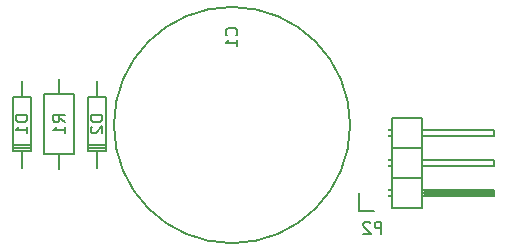
<source format=gbr>
G04 #@! TF.FileFunction,Legend,Bot*
%FSLAX46Y46*%
G04 Gerber Fmt 4.6, Leading zero omitted, Abs format (unit mm)*
G04 Created by KiCad (PCBNEW 4.0.2-stable) date 9/4/2016 3:04:17 AM*
%MOMM*%
G01*
G04 APERTURE LIST*
%ADD10C,0.100000*%
%ADD11C,0.150000*%
%ADD12C,2.099260*%
%ADD13R,2.099260X2.099260*%
%ADD14C,2.398980*%
%ADD15C,4.400000*%
%ADD16R,4.400000X4.400000*%
%ADD17R,2.432000X2.127200*%
%ADD18O,2.432000X2.127200*%
G04 APERTURE END LIST*
D10*
D11*
X130810000Y-101854000D02*
X130810000Y-100457000D01*
X130810000Y-106299000D02*
X130810000Y-107823000D01*
X131572000Y-105918000D02*
X130048000Y-105918000D01*
X131572000Y-106172000D02*
X130048000Y-106172000D01*
X130810000Y-106426000D02*
X130048000Y-106426000D01*
X130048000Y-106426000D02*
X130048000Y-101854000D01*
X130048000Y-101854000D02*
X131572000Y-101854000D01*
X131572000Y-101854000D02*
X131572000Y-106426000D01*
X131572000Y-106426000D02*
X130810000Y-106426000D01*
X137160000Y-101854000D02*
X137160000Y-100457000D01*
X137160000Y-106299000D02*
X137160000Y-107823000D01*
X137922000Y-105918000D02*
X136398000Y-105918000D01*
X137922000Y-106172000D02*
X136398000Y-106172000D01*
X137160000Y-106426000D02*
X136398000Y-106426000D01*
X136398000Y-106426000D02*
X136398000Y-101854000D01*
X136398000Y-101854000D02*
X137922000Y-101854000D01*
X137922000Y-101854000D02*
X137922000Y-106426000D01*
X137922000Y-106426000D02*
X137160000Y-106426000D01*
X135255000Y-106680000D02*
X135255000Y-101600000D01*
X135255000Y-101600000D02*
X132715000Y-101600000D01*
X132715000Y-101600000D02*
X132715000Y-106680000D01*
X132715000Y-106680000D02*
X135255000Y-106680000D01*
X133985000Y-106680000D02*
X133985000Y-107950000D01*
X133985000Y-101600000D02*
X133985000Y-100330000D01*
X158590000Y-104220000D02*
G75*
G03X158590000Y-104220000I-10000000J0D01*
G01*
X159355000Y-111532000D02*
X159355000Y-109982000D01*
X160655000Y-111532000D02*
X159355000Y-111532000D01*
X164846000Y-110109000D02*
X170688000Y-110109000D01*
X170688000Y-110109000D02*
X170688000Y-109855000D01*
X170688000Y-109855000D02*
X164846000Y-109855000D01*
X164846000Y-109855000D02*
X164846000Y-109982000D01*
X164846000Y-109982000D02*
X170688000Y-109982000D01*
X162179000Y-110236000D02*
X161798000Y-110236000D01*
X162179000Y-109728000D02*
X161798000Y-109728000D01*
X162179000Y-107696000D02*
X161798000Y-107696000D01*
X162179000Y-107188000D02*
X161798000Y-107188000D01*
X162179000Y-105156000D02*
X161798000Y-105156000D01*
X162179000Y-104648000D02*
X161798000Y-104648000D01*
X164719000Y-108712000D02*
X164719000Y-111252000D01*
X170815000Y-109728000D02*
X164719000Y-109728000D01*
X170815000Y-110236000D02*
X170815000Y-109728000D01*
X164719000Y-110236000D02*
X170815000Y-110236000D01*
X162179000Y-108712000D02*
X164719000Y-108712000D01*
X162179000Y-111252000D02*
X162179000Y-108712000D01*
X162179000Y-111252000D02*
X164719000Y-111252000D01*
X162179000Y-106172000D02*
X164719000Y-106172000D01*
X162179000Y-106172000D02*
X162179000Y-103632000D01*
X164719000Y-105156000D02*
X170815000Y-105156000D01*
X170815000Y-105156000D02*
X170815000Y-104648000D01*
X170815000Y-104648000D02*
X164719000Y-104648000D01*
X164719000Y-103632000D02*
X164719000Y-106172000D01*
X164719000Y-106172000D02*
X164719000Y-108712000D01*
X170815000Y-107188000D02*
X164719000Y-107188000D01*
X170815000Y-107696000D02*
X170815000Y-107188000D01*
X164719000Y-107696000D02*
X170815000Y-107696000D01*
X162179000Y-106172000D02*
X164719000Y-106172000D01*
X162179000Y-108712000D02*
X162179000Y-106172000D01*
X162179000Y-108712000D02*
X164719000Y-108712000D01*
X162179000Y-103632000D02*
X164719000Y-103632000D01*
X131262381Y-103401905D02*
X130262381Y-103401905D01*
X130262381Y-103640000D01*
X130310000Y-103782858D01*
X130405238Y-103878096D01*
X130500476Y-103925715D01*
X130690952Y-103973334D01*
X130833810Y-103973334D01*
X131024286Y-103925715D01*
X131119524Y-103878096D01*
X131214762Y-103782858D01*
X131262381Y-103640000D01*
X131262381Y-103401905D01*
X131262381Y-104925715D02*
X131262381Y-104354286D01*
X131262381Y-104640000D02*
X130262381Y-104640000D01*
X130405238Y-104544762D01*
X130500476Y-104449524D01*
X130548095Y-104354286D01*
X137612381Y-103401905D02*
X136612381Y-103401905D01*
X136612381Y-103640000D01*
X136660000Y-103782858D01*
X136755238Y-103878096D01*
X136850476Y-103925715D01*
X137040952Y-103973334D01*
X137183810Y-103973334D01*
X137374286Y-103925715D01*
X137469524Y-103878096D01*
X137564762Y-103782858D01*
X137612381Y-103640000D01*
X137612381Y-103401905D01*
X136707619Y-104354286D02*
X136660000Y-104401905D01*
X136612381Y-104497143D01*
X136612381Y-104735239D01*
X136660000Y-104830477D01*
X136707619Y-104878096D01*
X136802857Y-104925715D01*
X136898095Y-104925715D01*
X137040952Y-104878096D01*
X137612381Y-104306667D01*
X137612381Y-104925715D01*
X134437381Y-103973334D02*
X133961190Y-103640000D01*
X134437381Y-103401905D02*
X133437381Y-103401905D01*
X133437381Y-103782858D01*
X133485000Y-103878096D01*
X133532619Y-103925715D01*
X133627857Y-103973334D01*
X133770714Y-103973334D01*
X133865952Y-103925715D01*
X133913571Y-103878096D01*
X133961190Y-103782858D01*
X133961190Y-103401905D01*
X134437381Y-104925715D02*
X134437381Y-104354286D01*
X134437381Y-104640000D02*
X133437381Y-104640000D01*
X133580238Y-104544762D01*
X133675476Y-104449524D01*
X133723095Y-104354286D01*
X148947143Y-96608334D02*
X148994762Y-96560715D01*
X149042381Y-96417858D01*
X149042381Y-96322620D01*
X148994762Y-96179762D01*
X148899524Y-96084524D01*
X148804286Y-96036905D01*
X148613810Y-95989286D01*
X148470952Y-95989286D01*
X148280476Y-96036905D01*
X148185238Y-96084524D01*
X148090000Y-96179762D01*
X148042381Y-96322620D01*
X148042381Y-96417858D01*
X148090000Y-96560715D01*
X148137619Y-96608334D01*
X149042381Y-97560715D02*
X149042381Y-96989286D01*
X149042381Y-97275000D02*
X148042381Y-97275000D01*
X148185238Y-97179762D01*
X148280476Y-97084524D01*
X148328095Y-96989286D01*
X161238095Y-113422381D02*
X161238095Y-112422381D01*
X160857142Y-112422381D01*
X160761904Y-112470000D01*
X160714285Y-112517619D01*
X160666666Y-112612857D01*
X160666666Y-112755714D01*
X160714285Y-112850952D01*
X160761904Y-112898571D01*
X160857142Y-112946190D01*
X161238095Y-112946190D01*
X160285714Y-112517619D02*
X160238095Y-112470000D01*
X160142857Y-112422381D01*
X159904761Y-112422381D01*
X159809523Y-112470000D01*
X159761904Y-112517619D01*
X159714285Y-112612857D01*
X159714285Y-112708095D01*
X159761904Y-112850952D01*
X160333333Y-113422381D01*
X159714285Y-113422381D01*
%LPC*%
D12*
X130810000Y-99060000D03*
D13*
X130810000Y-109220000D03*
D12*
X137160000Y-99060000D03*
D13*
X137160000Y-109220000D03*
D14*
X133985000Y-109220000D03*
X133985000Y-99060000D03*
D15*
X148590000Y-101220000D03*
D16*
X148590000Y-107220000D03*
D17*
X127000000Y-109220000D03*
D18*
X127000000Y-106680000D03*
X127000000Y-104140000D03*
D17*
X160655000Y-109982000D03*
D18*
X160655000Y-107442000D03*
X160655000Y-104902000D03*
M02*

</source>
